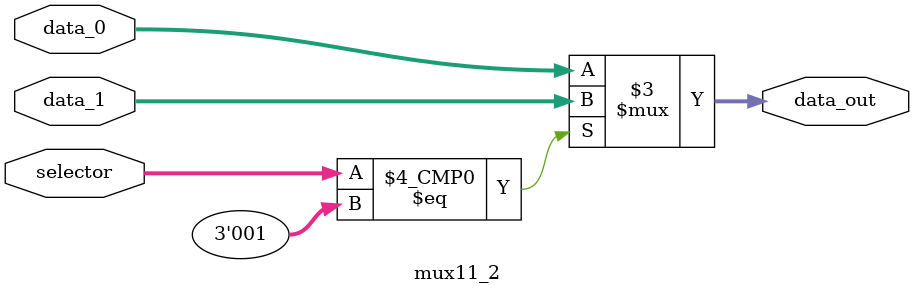
<source format=v>
module mux11_2 (
    input wire [2:0] selector,
    input wire [31:0] data_0,
    input wire [31:0] data_1,
    output reg [31:0] data_out
);

   always @(selector) begin
        case(selector)
            3'b000: data_out = data_0;
            3'b001: data_out = data_1;
            default: data_out = data_0;    
        endcase
    end

endmodule
</source>
